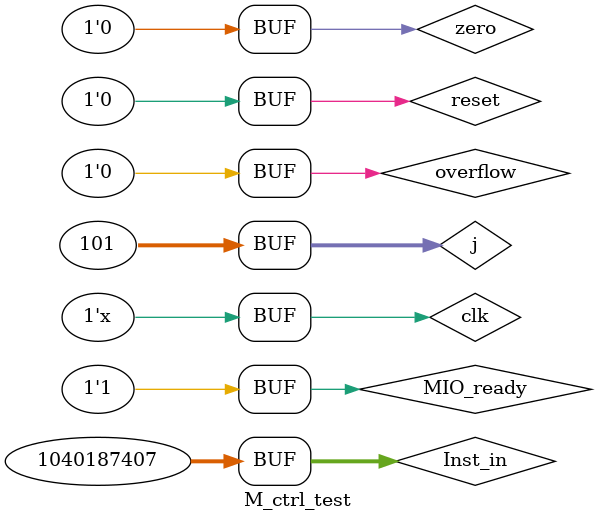
<source format=v>
`timescale 1ns / 1ps

module M_ctrl_test;

	// Inputs
	reg clk;
	reg reset;
	reg [31:0] Inst_in;
	reg zero;
	reg overflow;
	reg MIO_ready;

	// Outputs
	wire MemRead;
	wire MemWrite;
	wire [2:0] ALU_operation;
	wire [4:0] state_out;
	wire CPU_MIO;
	wire IorD;
	wire IRWrite;
	wire [1:0] RegDst;
	wire RegWrite;
	wire ALUSrcA;
	wire [1:0] MemtoReg;
	wire [1:0] ALUSrcB;
	wire [1:0] PCSource;
	wire PCWrite;
	wire PCWriteCond;
	wire Branch;

	// Instantiate the Unit Under Test (UUT)
	M_ctrl uut (
		.clk(clk), 
		.reset(reset), 
		.Inst_in(Inst_in), 
		.zero(zero), 
		.overflow(overflow), 
		.MIO_ready(MIO_ready), 
		.MemRead(MemRead), 
		.MemWrite(MemWrite), 
		.ALU_operation(ALU_operation), 
		.state_out(state_out), 
		.CPU_MIO(CPU_MIO), 
		.IorD(IorD), 
		.IRWrite(IRWrite), 
		.RegDst(RegDst), 
		.RegWrite(RegWrite), 
		.ALUSrcA(ALUSrcA), 
		.MemtoReg(MemtoReg), 
		.ALUSrcB(ALUSrcB), 
		.PCSource(PCSource), 
		.PCWrite(PCWrite), 
		.PCWriteCond(PCWriteCond), 
		.Branch(Branch)
	);
	
	integer j=0;
	initial begin
		// Initialize Inputs
		clk = 0;
		reset = 1;
		Inst_in = 0;
		zero = 0;
		overflow = 0;
		MIO_ready = 1;

		// Wait 100 ns for global reset to finish
		#10;
		reset = 0;//ʼ
		// R-type
		Inst_in = 32'b00000000000000001000000000100000;// add: $s0<=$zero+$zero
      #80;
		// I-type
		Inst_in = 32'b00100000000010000000000000000001;// addi: $t0<=$zero+1
      #80;
		// condition
		Inst_in = 32'b00010010110101111111111111101110;// beq
		#60;
		zero = 1;
		#60;
		Inst_in = 32'b00010110110101111111111111101110;// bne
		#60;
		zero = 0;
		#60;
		// sw
		Inst_in = 32'b10101101001100010000000000010100;//sw: mem[$t1+20]=$s1
		#80;
	   // lw
		Inst_in = 32'b10001101001100010000000000010100;//lw: $s1=$t1+20
		#100
		// jump
		Inst_in = 32'b00001000000000000000000000001000;//j
		#60;
		Inst_in = 32'b00001100000000000000010000000000;//jal
		#60;
		Inst_in = 32'b00000010000000000000000000001000;//jr
		#60
		// lui
		Inst_in = 32'b00111110000000000000000000001111;//lui
		
	end
	always @*
			for(j=0;j<=100;j=j+1)begin
				#10;
				clk=~clk;
			end
      
endmodule

</source>
